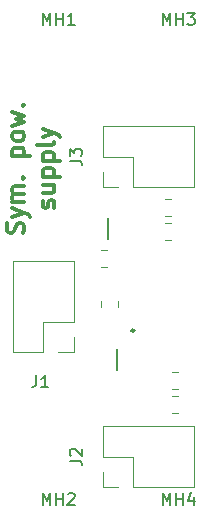
<source format=gbr>
G04 #@! TF.GenerationSoftware,KiCad,Pcbnew,(6.0.0-rc1-dev-205-gc0615c5ef)*
G04 #@! TF.CreationDate,2019-09-04T07:50:23+02:00*
G04 #@! TF.ProjectId,TPS65133_2,54505336353133335F322E6B69636164,v01*
G04 #@! TF.SameCoordinates,Original*
G04 #@! TF.FileFunction,Legend,Top*
G04 #@! TF.FilePolarity,Positive*
%FSLAX46Y46*%
G04 Gerber Fmt 4.6, Leading zero omitted, Abs format (unit mm)*
G04 Created by KiCad (PCBNEW (6.0.0-rc1-dev-205-gc0615c5ef)) date 09/04/19 07:50:23*
%MOMM*%
%LPD*%
G01*
G04 APERTURE LIST*
%ADD10C,0.300000*%
%ADD11C,0.200000*%
%ADD12C,0.250000*%
%ADD13C,0.120000*%
%ADD14C,0.150000*%
G04 APERTURE END LIST*
D10*
X108806142Y-77564571D02*
X108877571Y-77350285D01*
X108877571Y-76993142D01*
X108806142Y-76850285D01*
X108734714Y-76778857D01*
X108591857Y-76707428D01*
X108449000Y-76707428D01*
X108306142Y-76778857D01*
X108234714Y-76850285D01*
X108163285Y-76993142D01*
X108091857Y-77278857D01*
X108020428Y-77421714D01*
X107949000Y-77493142D01*
X107806142Y-77564571D01*
X107663285Y-77564571D01*
X107520428Y-77493142D01*
X107449000Y-77421714D01*
X107377571Y-77278857D01*
X107377571Y-76921714D01*
X107449000Y-76707428D01*
X107877571Y-76207428D02*
X108877571Y-75850285D01*
X107877571Y-75493142D02*
X108877571Y-75850285D01*
X109234714Y-75993142D01*
X109306142Y-76064571D01*
X109377571Y-76207428D01*
X108877571Y-74921714D02*
X107877571Y-74921714D01*
X108020428Y-74921714D02*
X107949000Y-74850285D01*
X107877571Y-74707428D01*
X107877571Y-74493142D01*
X107949000Y-74350285D01*
X108091857Y-74278857D01*
X108877571Y-74278857D01*
X108091857Y-74278857D02*
X107949000Y-74207428D01*
X107877571Y-74064571D01*
X107877571Y-73850285D01*
X107949000Y-73707428D01*
X108091857Y-73636000D01*
X108877571Y-73636000D01*
X108734714Y-72921714D02*
X108806142Y-72850285D01*
X108877571Y-72921714D01*
X108806142Y-72993142D01*
X108734714Y-72921714D01*
X108877571Y-72921714D01*
X107877571Y-71064571D02*
X109377571Y-71064571D01*
X107949000Y-71064571D02*
X107877571Y-70921714D01*
X107877571Y-70636000D01*
X107949000Y-70493142D01*
X108020428Y-70421714D01*
X108163285Y-70350285D01*
X108591857Y-70350285D01*
X108734714Y-70421714D01*
X108806142Y-70493142D01*
X108877571Y-70636000D01*
X108877571Y-70921714D01*
X108806142Y-71064571D01*
X108877571Y-69493142D02*
X108806142Y-69636000D01*
X108734714Y-69707428D01*
X108591857Y-69778857D01*
X108163285Y-69778857D01*
X108020428Y-69707428D01*
X107949000Y-69636000D01*
X107877571Y-69493142D01*
X107877571Y-69278857D01*
X107949000Y-69136000D01*
X108020428Y-69064571D01*
X108163285Y-68993142D01*
X108591857Y-68993142D01*
X108734714Y-69064571D01*
X108806142Y-69136000D01*
X108877571Y-69278857D01*
X108877571Y-69493142D01*
X107877571Y-68493142D02*
X108877571Y-68207428D01*
X108163285Y-67921714D01*
X108877571Y-67636000D01*
X107877571Y-67350285D01*
X108734714Y-66778857D02*
X108806142Y-66707428D01*
X108877571Y-66778857D01*
X108806142Y-66850285D01*
X108734714Y-66778857D01*
X108877571Y-66778857D01*
X111356142Y-75457428D02*
X111427571Y-75314571D01*
X111427571Y-75028857D01*
X111356142Y-74886000D01*
X111213285Y-74814571D01*
X111141857Y-74814571D01*
X110999000Y-74886000D01*
X110927571Y-75028857D01*
X110927571Y-75243142D01*
X110856142Y-75386000D01*
X110713285Y-75457428D01*
X110641857Y-75457428D01*
X110499000Y-75386000D01*
X110427571Y-75243142D01*
X110427571Y-75028857D01*
X110499000Y-74886000D01*
X110427571Y-73528857D02*
X111427571Y-73528857D01*
X110427571Y-74171714D02*
X111213285Y-74171714D01*
X111356142Y-74100285D01*
X111427571Y-73957428D01*
X111427571Y-73743142D01*
X111356142Y-73600285D01*
X111284714Y-73528857D01*
X110427571Y-72814571D02*
X111927571Y-72814571D01*
X110499000Y-72814571D02*
X110427571Y-72671714D01*
X110427571Y-72386000D01*
X110499000Y-72243142D01*
X110570428Y-72171714D01*
X110713285Y-72100285D01*
X111141857Y-72100285D01*
X111284714Y-72171714D01*
X111356142Y-72243142D01*
X111427571Y-72386000D01*
X111427571Y-72671714D01*
X111356142Y-72814571D01*
X110427571Y-71457428D02*
X111927571Y-71457428D01*
X110499000Y-71457428D02*
X110427571Y-71314571D01*
X110427571Y-71028857D01*
X110499000Y-70886000D01*
X110570428Y-70814571D01*
X110713285Y-70743142D01*
X111141857Y-70743142D01*
X111284714Y-70814571D01*
X111356142Y-70886000D01*
X111427571Y-71028857D01*
X111427571Y-71314571D01*
X111356142Y-71457428D01*
X111427571Y-69886000D02*
X111356142Y-70028857D01*
X111213285Y-70100285D01*
X109927571Y-70100285D01*
X110427571Y-69457428D02*
X111427571Y-69100285D01*
X110427571Y-68743142D02*
X111427571Y-69100285D01*
X111784714Y-69243142D01*
X111856142Y-69314571D01*
X111927571Y-69457428D01*
D11*
G04 #@! TO.C,L1*
X116769821Y-89168848D02*
X116769821Y-87368848D01*
G04 #@! TO.C,L2*
X115994000Y-78116000D02*
X115994000Y-76316000D01*
D12*
G04 #@! TO.C,IC1*
X118192821Y-85825848D02*
G75*
G03X118192821Y-85825848I-125000J0D01*
G01*
D13*
G04 #@! TO.C,C1*
X115907078Y-79046000D02*
X115389922Y-79046000D01*
X115907078Y-80466000D02*
X115389922Y-80466000D01*
G04 #@! TO.C,C2*
X121407422Y-91365000D02*
X121924578Y-91365000D01*
X121407422Y-92785000D02*
X121924578Y-92785000D01*
G04 #@! TO.C,C3*
X116788000Y-83307422D02*
X116788000Y-83824578D01*
X115368000Y-83307422D02*
X115368000Y-83824578D01*
G04 #@! TO.C,C4*
X120772422Y-76148000D02*
X121289578Y-76148000D01*
X120772422Y-74728000D02*
X121289578Y-74728000D01*
G04 #@! TO.C,C5*
X121407422Y-90753000D02*
X121924578Y-90753000D01*
X121407422Y-89333000D02*
X121924578Y-89333000D01*
G04 #@! TO.C,C6*
X120772422Y-76760000D02*
X121289578Y-76760000D01*
X120772422Y-78180000D02*
X121289578Y-78180000D01*
G04 #@! TO.C,J1*
X113090000Y-79950000D02*
X107890000Y-79950000D01*
X113090000Y-85090000D02*
X113090000Y-79950000D01*
X107890000Y-87690000D02*
X107890000Y-79950000D01*
X113090000Y-85090000D02*
X110490000Y-85090000D01*
X110490000Y-85090000D02*
X110490000Y-87690000D01*
X110490000Y-87690000D02*
X107890000Y-87690000D01*
X113090000Y-86360000D02*
X113090000Y-87690000D01*
X113090000Y-87690000D02*
X111760000Y-87690000D01*
G04 #@! TO.C,J2*
X115510000Y-99120000D02*
X115510000Y-97790000D01*
X116840000Y-99120000D02*
X115510000Y-99120000D01*
X115510000Y-96520000D02*
X115510000Y-93920000D01*
X118110000Y-96520000D02*
X115510000Y-96520000D01*
X118110000Y-99120000D02*
X118110000Y-96520000D01*
X115510000Y-93920000D02*
X123250000Y-93920000D01*
X118110000Y-99120000D02*
X123250000Y-99120000D01*
X123250000Y-99120000D02*
X123250000Y-93920000D01*
G04 #@! TO.C,J3*
X123250000Y-73720000D02*
X123250000Y-68520000D01*
X118110000Y-73720000D02*
X123250000Y-73720000D01*
X115510000Y-68520000D02*
X123250000Y-68520000D01*
X118110000Y-73720000D02*
X118110000Y-71120000D01*
X118110000Y-71120000D02*
X115510000Y-71120000D01*
X115510000Y-71120000D02*
X115510000Y-68520000D01*
X116840000Y-73720000D02*
X115510000Y-73720000D01*
X115510000Y-73720000D02*
X115510000Y-72390000D01*
G04 #@! TO.C,MH1*
D14*
X110426666Y-59952380D02*
X110426666Y-58952380D01*
X110760000Y-59666666D01*
X111093333Y-58952380D01*
X111093333Y-59952380D01*
X111569523Y-59952380D02*
X111569523Y-58952380D01*
X111569523Y-59428571D02*
X112140952Y-59428571D01*
X112140952Y-59952380D02*
X112140952Y-58952380D01*
X113140952Y-59952380D02*
X112569523Y-59952380D01*
X112855238Y-59952380D02*
X112855238Y-58952380D01*
X112760000Y-59095238D01*
X112664761Y-59190476D01*
X112569523Y-59238095D01*
G04 #@! TO.C,MH2*
X110426666Y-100592380D02*
X110426666Y-99592380D01*
X110760000Y-100306666D01*
X111093333Y-99592380D01*
X111093333Y-100592380D01*
X111569523Y-100592380D02*
X111569523Y-99592380D01*
X111569523Y-100068571D02*
X112140952Y-100068571D01*
X112140952Y-100592380D02*
X112140952Y-99592380D01*
X112569523Y-99687619D02*
X112617142Y-99640000D01*
X112712380Y-99592380D01*
X112950476Y-99592380D01*
X113045714Y-99640000D01*
X113093333Y-99687619D01*
X113140952Y-99782857D01*
X113140952Y-99878095D01*
X113093333Y-100020952D01*
X112521904Y-100592380D01*
X113140952Y-100592380D01*
G04 #@! TO.C,MH3*
X120586666Y-59952380D02*
X120586666Y-58952380D01*
X120920000Y-59666666D01*
X121253333Y-58952380D01*
X121253333Y-59952380D01*
X121729523Y-59952380D02*
X121729523Y-58952380D01*
X121729523Y-59428571D02*
X122300952Y-59428571D01*
X122300952Y-59952380D02*
X122300952Y-58952380D01*
X122681904Y-58952380D02*
X123300952Y-58952380D01*
X122967619Y-59333333D01*
X123110476Y-59333333D01*
X123205714Y-59380952D01*
X123253333Y-59428571D01*
X123300952Y-59523809D01*
X123300952Y-59761904D01*
X123253333Y-59857142D01*
X123205714Y-59904761D01*
X123110476Y-59952380D01*
X122824761Y-59952380D01*
X122729523Y-59904761D01*
X122681904Y-59857142D01*
G04 #@! TO.C,MH4*
X120586666Y-100592380D02*
X120586666Y-99592380D01*
X120920000Y-100306666D01*
X121253333Y-99592380D01*
X121253333Y-100592380D01*
X121729523Y-100592380D02*
X121729523Y-99592380D01*
X121729523Y-100068571D02*
X122300952Y-100068571D01*
X122300952Y-100592380D02*
X122300952Y-99592380D01*
X123205714Y-99925714D02*
X123205714Y-100592380D01*
X122967619Y-99544761D02*
X122729523Y-100259047D01*
X123348571Y-100259047D01*
G04 #@! TO.C,J1*
X109902666Y-89622380D02*
X109902666Y-90336666D01*
X109855047Y-90479523D01*
X109759809Y-90574761D01*
X109616952Y-90622380D01*
X109521714Y-90622380D01*
X110902666Y-90622380D02*
X110331238Y-90622380D01*
X110616952Y-90622380D02*
X110616952Y-89622380D01*
X110521714Y-89765238D01*
X110426476Y-89860476D01*
X110331238Y-89908095D01*
G04 #@! TO.C,J2*
X112736380Y-96853333D02*
X113450666Y-96853333D01*
X113593523Y-96900952D01*
X113688761Y-96996190D01*
X113736380Y-97139047D01*
X113736380Y-97234285D01*
X112831619Y-96424761D02*
X112784000Y-96377142D01*
X112736380Y-96281904D01*
X112736380Y-96043809D01*
X112784000Y-95948571D01*
X112831619Y-95900952D01*
X112926857Y-95853333D01*
X113022095Y-95853333D01*
X113164952Y-95900952D01*
X113736380Y-96472380D01*
X113736380Y-95853333D01*
G04 #@! TO.C,J3*
X112736380Y-71453333D02*
X113450666Y-71453333D01*
X113593523Y-71500952D01*
X113688761Y-71596190D01*
X113736380Y-71739047D01*
X113736380Y-71834285D01*
X112736380Y-71072380D02*
X112736380Y-70453333D01*
X113117333Y-70786666D01*
X113117333Y-70643809D01*
X113164952Y-70548571D01*
X113212571Y-70500952D01*
X113307809Y-70453333D01*
X113545904Y-70453333D01*
X113641142Y-70500952D01*
X113688761Y-70548571D01*
X113736380Y-70643809D01*
X113736380Y-70929523D01*
X113688761Y-71024761D01*
X113641142Y-71072380D01*
G04 #@! TD*
M02*

</source>
